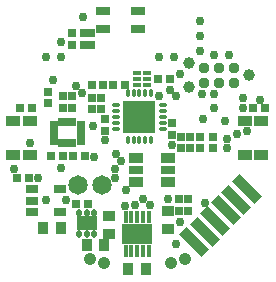
<source format=gts>
G04 Layer_Color=8388736*
%FSLAX44Y44*%
%MOMM*%
G71*
G01*
G75*
%ADD41C,1.0000*%
%ADD63R,0.7500X0.6500*%
%ADD64R,0.6500X0.7500*%
%ADD65O,0.3500X0.8000*%
%ADD66O,0.8000X0.3500*%
%ADD67R,2.7500X2.7500*%
%ADD68R,1.0500X0.8000*%
%ADD69R,1.7500X1.1500*%
%ADD70O,0.4500X0.6500*%
%ADD71R,2.5300X1.8000*%
%ADD72R,0.4500X1.0000*%
%ADD73R,0.5000X0.7500*%
%ADD74R,0.7500X0.5000*%
G04:AMPARAMS|DCode=75|XSize=0.8866mm|YSize=2.69mm|CornerRadius=0mm|HoleSize=0mm|Usage=FLASHONLY|Rotation=225.000|XOffset=0mm|YOffset=0mm|HoleType=Round|Shape=Rectangle|*
%AMROTATEDRECTD75*
4,1,4,-0.6376,1.2645,1.2645,-0.6376,0.6376,-1.2645,-1.2645,0.6376,-0.6376,1.2645,0.0*
%
%ADD75ROTATEDRECTD75*%

%ADD76C,1.6500*%
%ADD77C,0.9500*%
%ADD78R,1.1500X0.9500*%
%ADD79R,1.2000X0.9500*%
%ADD80R,1.2000X0.7500*%
%ADD81R,0.8500X1.0500*%
%ADD82R,1.0500X0.8500*%
%ADD83R,0.7000X0.4000*%
%ADD84R,1.1500X0.7500*%
%ADD85C,1.0500*%
%ADD86C,0.7500*%
D41*
X94700Y52800D02*
D03*
X43900Y42640D02*
D03*
Y62960D02*
D03*
D63*
X-55000Y88250D02*
D03*
X-45000D02*
D03*
X-55000Y78500D02*
D03*
X-45000D02*
D03*
X-38750Y45000D02*
D03*
X-28750D02*
D03*
X-92000Y-34500D02*
D03*
X-102000D02*
D03*
X-51800Y-56100D02*
D03*
X-41800D02*
D03*
X-89000Y24800D02*
D03*
X-99000D02*
D03*
X97900Y24900D02*
D03*
X107900D02*
D03*
X27200Y50000D02*
D03*
X17200D02*
D03*
X-10500Y45000D02*
D03*
X-20500D02*
D03*
X-54400Y-15100D02*
D03*
X-44400D02*
D03*
X-63350Y-15100D02*
D03*
X-73350D02*
D03*
D64*
X-39500Y88500D02*
D03*
Y78500D02*
D03*
X-62800Y25400D02*
D03*
Y35400D02*
D03*
X-55300Y35400D02*
D03*
Y25400D02*
D03*
X-76000Y29000D02*
D03*
Y39000D02*
D03*
X35200Y-51800D02*
D03*
Y-61800D02*
D03*
X64200Y-9100D02*
D03*
Y900D02*
D03*
X37250Y903D02*
D03*
X37250Y-9097D02*
D03*
X44887Y903D02*
D03*
X44887Y-9097D02*
D03*
X52600Y900D02*
D03*
X52600Y-9100D02*
D03*
X42700Y-61800D02*
D03*
X42700Y-51800D02*
D03*
X-27700Y5500D02*
D03*
Y15500D02*
D03*
X-38100Y34000D02*
D03*
Y24000D02*
D03*
X-30600Y34000D02*
D03*
Y24000D02*
D03*
X29500Y12200D02*
D03*
Y2200D02*
D03*
D65*
X-8250Y-2000D02*
D03*
X-3250D02*
D03*
X1750D02*
D03*
X6750D02*
D03*
X11750D02*
D03*
Y37500D02*
D03*
X6750D02*
D03*
X1750D02*
D03*
X-3250D02*
D03*
X-8250D02*
D03*
D66*
X21500Y7750D02*
D03*
Y12750D02*
D03*
Y17750D02*
D03*
Y22750D02*
D03*
Y27750D02*
D03*
X-18000D02*
D03*
Y22750D02*
D03*
Y17750D02*
D03*
Y12750D02*
D03*
Y7750D02*
D03*
D67*
X1750Y17750D02*
D03*
D68*
X-65200Y-43800D02*
D03*
Y-62800D02*
D03*
X-89200D02*
D03*
Y-53300D02*
D03*
Y-43800D02*
D03*
D69*
X-43000Y-72650D02*
D03*
D70*
X-36500Y-81650D02*
D03*
X-43000D02*
D03*
X-49500D02*
D03*
Y-63650D02*
D03*
X-43000D02*
D03*
X-36500D02*
D03*
D71*
X0Y-81500D02*
D03*
D72*
X10000Y-96250D02*
D03*
X5000D02*
D03*
X0D02*
D03*
X-5000D02*
D03*
X-10000D02*
D03*
Y-66750D02*
D03*
X-5000D02*
D03*
X0D02*
D03*
X5000D02*
D03*
X10000D02*
D03*
D73*
X-64450Y-4750D02*
D03*
X-59450D02*
D03*
X-54450D02*
D03*
Y13250D02*
D03*
X-59450D02*
D03*
X-64450D02*
D03*
D74*
X-47950Y-3250D02*
D03*
Y1750D02*
D03*
Y6750D02*
D03*
Y11750D02*
D03*
X-70950D02*
D03*
Y6750D02*
D03*
Y1750D02*
D03*
Y-3250D02*
D03*
D75*
X92750Y-43650D02*
D03*
X83770Y-52630D02*
D03*
X74790Y-61610D02*
D03*
X65809Y-70591D02*
D03*
X47849Y-88551D02*
D03*
X56829Y-79571D02*
D03*
D76*
X-30000Y-40000D02*
D03*
X-50000D02*
D03*
D77*
X69300Y46450D02*
D03*
X56600Y59150D02*
D03*
X82000Y46450D02*
D03*
Y59150D02*
D03*
X56600Y46450D02*
D03*
X69300Y59150D02*
D03*
D78*
X-91000Y14500D02*
D03*
Y-14500D02*
D03*
X-105000D02*
D03*
Y14500D02*
D03*
X105000D02*
D03*
Y-14500D02*
D03*
X91000D02*
D03*
Y14500D02*
D03*
D79*
X-850Y-16800D02*
D03*
Y-37800D02*
D03*
X25650Y-16800D02*
D03*
Y-37800D02*
D03*
D80*
X-850Y-27300D02*
D03*
X25650D02*
D03*
D81*
X-7750Y-111250D02*
D03*
X7250D02*
D03*
X-79950Y-76100D02*
D03*
X-64950D02*
D03*
X-28000Y-91250D02*
D03*
X-43000D02*
D03*
D82*
X25700Y-77000D02*
D03*
Y-62000D02*
D03*
X-24400Y-81300D02*
D03*
Y-66300D02*
D03*
D83*
X8500Y45000D02*
D03*
Y50000D02*
D03*
Y55000D02*
D03*
X0D02*
D03*
Y50000D02*
D03*
Y45000D02*
D03*
D84*
X750Y107000D02*
D03*
Y92000D02*
D03*
X-29250D02*
D03*
Y107000D02*
D03*
D85*
X-28116Y-106393D02*
D03*
X-40384Y-103106D02*
D03*
X28116Y-106393D02*
D03*
X40384Y-103106D02*
D03*
D86*
X-5500Y-81500D02*
D03*
X5500D02*
D03*
X53250Y98500D02*
D03*
Y86000D02*
D03*
Y73500D02*
D03*
X77500Y69750D02*
D03*
X64750D02*
D03*
X-91000Y-4250D02*
D03*
X-71250Y49000D02*
D03*
X-52003Y43752D02*
D03*
X-84000Y-34000D02*
D03*
X-104250Y-26500D02*
D03*
X57200Y-55000D02*
D03*
X90800Y-14000D02*
D03*
X55600Y15800D02*
D03*
X9800Y10600D02*
D03*
X89400Y33700D02*
D03*
X65000Y37200D02*
D03*
X88500Y14900D02*
D03*
X92700Y5500D02*
D03*
X7250Y-111250D02*
D03*
X-89200Y-62800D02*
D03*
X92750Y-43650D02*
D03*
X74000Y13800D02*
D03*
X75469Y-8752D02*
D03*
X76000Y-1100D02*
D03*
X32700Y-90300D02*
D03*
X-7700Y-110700D02*
D03*
X47849Y-88551D02*
D03*
X-55200Y35400D02*
D03*
X-46800Y37900D02*
D03*
X18200Y34900D02*
D03*
X-38100Y34000D02*
D03*
X54700Y37300D02*
D03*
X33100Y35200D02*
D03*
X29500Y-6600D02*
D03*
X36300Y54300D02*
D03*
X89400Y25100D02*
D03*
X103500Y32000D02*
D03*
X-43000Y-91250D02*
D03*
X-39000Y-72600D02*
D03*
X-47000D02*
D03*
X84000Y3000D02*
D03*
X-60200Y-52700D02*
D03*
X-64500Y-25500D02*
D03*
X-77200Y-53000D02*
D03*
X-13600Y-19800D02*
D03*
X-24400Y-66300D02*
D03*
X25800Y-62000D02*
D03*
X-91000Y14500D02*
D03*
X-18700Y-26100D02*
D03*
X-18700Y-34300D02*
D03*
X-9700Y-44400D02*
D03*
X-2300Y-56900D02*
D03*
X4600Y-52300D02*
D03*
X10900Y-57000D02*
D03*
X25900Y-51600D02*
D03*
X-10100Y-57900D02*
D03*
X64600Y25400D02*
D03*
X-37400Y10300D02*
D03*
X-36700Y-16200D02*
D03*
X-18400Y-13400D02*
D03*
X-27566Y-2000D02*
D03*
X27800Y40507D02*
D03*
X30750Y68500D02*
D03*
X18250D02*
D03*
X-64500D02*
D03*
X-77000D02*
D03*
X-64500Y81000D02*
D03*
X-5750Y26000D02*
D03*
X-46250Y102000D02*
D03*
X36250Y-71500D02*
D03*
M02*

</source>
